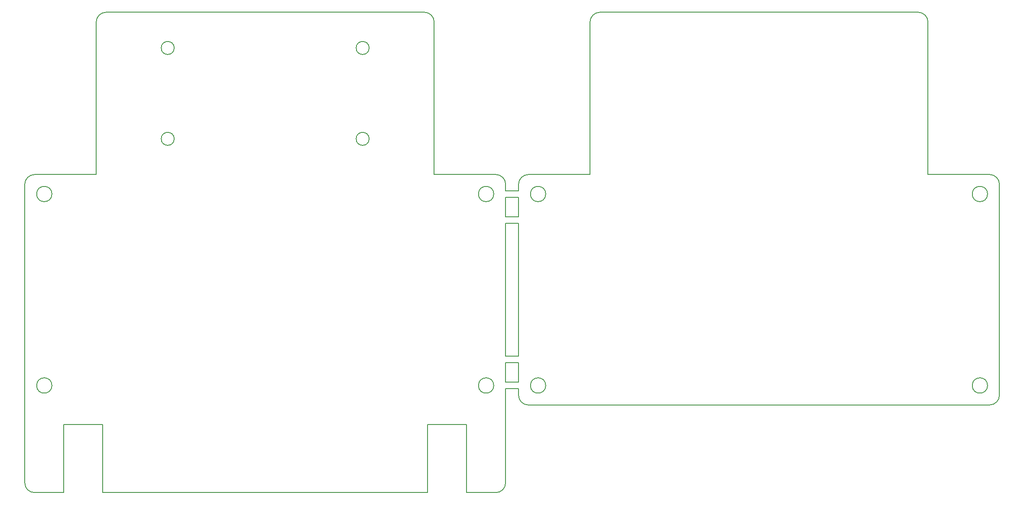
<source format=gm1>
G04 #@! TF.GenerationSoftware,KiCad,Pcbnew,(5.1.0)-1*
G04 #@! TF.CreationDate,2019-05-06T21:49:04+02:00*
G04 #@! TF.ProjectId,bigmax,6269676d-6178-42e6-9b69-6361645f7063,v2*
G04 #@! TF.SameCoordinates,Original*
G04 #@! TF.FileFunction,Profile,NP*
%FSLAX46Y46*%
G04 Gerber Fmt 4.6, Leading zero omitted, Abs format (unit mm)*
G04 Created by KiCad (PCBNEW (5.1.0)-1) date 2019-05-06 21:49:04*
%MOMM*%
%LPD*%
G04 APERTURE LIST*
%ADD10C,0.150000*%
G04 APERTURE END LIST*
D10*
X144780000Y-87630000D02*
X142240000Y-87630000D01*
X142240000Y-114935000D02*
X142240000Y-118745000D01*
X142240000Y-82550000D02*
X142240000Y-86360000D01*
X144780000Y-86360000D02*
X144780000Y-82550000D01*
X142240000Y-86360000D02*
X144780000Y-86360000D01*
X144780000Y-113665000D02*
X142240000Y-113665000D01*
X144780000Y-114935000D02*
X144780000Y-118745000D01*
X142240000Y-114935000D02*
X144780000Y-114935000D01*
X144780000Y-80010000D02*
X144780000Y-81280000D01*
X142240000Y-80010000D02*
X142240000Y-81280000D01*
X144780000Y-82550000D02*
X142240000Y-82550000D01*
X142240000Y-81280000D02*
X144780000Y-81280000D01*
X144780000Y-120015000D02*
X144780000Y-121285000D01*
X142240000Y-118745000D02*
X144780000Y-118745000D01*
X142240000Y-120015000D02*
X144780000Y-120015000D01*
X142240000Y-138430000D02*
X142240000Y-120015000D01*
X144780000Y-87630000D02*
X144780000Y-113665000D01*
X238760000Y-80010000D02*
X238760000Y-121285000D01*
X158750000Y-78105000D02*
X158750000Y-48260000D01*
X224790000Y-78105000D02*
X236855000Y-78105000D01*
X160655000Y-46355000D02*
X222885000Y-46355000D01*
X150090000Y-119380000D02*
G75*
G03X150090000Y-119380000I-1500000J0D01*
G01*
X146685000Y-78105000D02*
X158750000Y-78105000D01*
X146685000Y-123190000D02*
X236855000Y-123190000D01*
X224790000Y-48260000D02*
X224790000Y-78105000D01*
X236450000Y-119380000D02*
G75*
G03X236450000Y-119380000I-1500000J0D01*
G01*
X222885000Y-46355000D02*
G75*
G02X224790000Y-48260000I0J-1905000D01*
G01*
X150090000Y-81915000D02*
G75*
G03X150090000Y-81915000I-1500000J0D01*
G01*
X146685000Y-123190000D02*
G75*
G02X144780000Y-121285000I0J1905000D01*
G01*
X144780000Y-80010000D02*
G75*
G02X146685000Y-78105000I1905000J0D01*
G01*
X236450000Y-81915000D02*
G75*
G03X236450000Y-81915000I-1500000J0D01*
G01*
X158750000Y-48260000D02*
G75*
G02X160655000Y-46355000I1905000J0D01*
G01*
X238760000Y-121285000D02*
G75*
G02X236855000Y-123190000I-1905000J0D01*
G01*
X236855000Y-78105000D02*
G75*
G02X238760000Y-80010000I0J-1905000D01*
G01*
X139930000Y-119380000D02*
G75*
G03X139930000Y-119380000I-1500000J0D01*
G01*
X139930000Y-81915000D02*
G75*
G03X139930000Y-81915000I-1500000J0D01*
G01*
X53570000Y-81915000D02*
G75*
G03X53570000Y-81915000I-1500000J0D01*
G01*
X53570000Y-119380000D02*
G75*
G03X53570000Y-119380000I-1500000J0D01*
G01*
X142240000Y-138430000D02*
G75*
G02X140335000Y-140335000I-1905000J0D01*
G01*
X50165000Y-140335000D02*
G75*
G02X48260000Y-138430000I0J1905000D01*
G01*
X48260000Y-80010000D02*
G75*
G02X50165000Y-78105000I1905000J0D01*
G01*
X62230000Y-48260000D02*
G75*
G02X64135000Y-46355000I1905000J0D01*
G01*
X126365000Y-46355000D02*
G75*
G02X128270000Y-48260000I0J-1905000D01*
G01*
X140335000Y-78105000D02*
G75*
G02X142240000Y-80010000I0J-1905000D01*
G01*
X115570000Y-53340000D02*
G75*
G03X115570000Y-53340000I-1270000J0D01*
G01*
X115570000Y-71120000D02*
G75*
G03X115570000Y-71120000I-1270000J0D01*
G01*
X77470000Y-71120000D02*
G75*
G03X77470000Y-71120000I-1270000J0D01*
G01*
X77470000Y-53340000D02*
G75*
G03X77470000Y-53340000I-1270000J0D01*
G01*
X55880000Y-140335000D02*
X50165000Y-140335000D01*
X134620000Y-140335000D02*
X140335000Y-140335000D01*
X127000000Y-127000000D02*
X127000000Y-140335000D01*
X134620000Y-127000000D02*
X127000000Y-127000000D01*
X134620000Y-140335000D02*
X134620000Y-127000000D01*
X63500000Y-127000000D02*
X63500000Y-140335000D01*
X55880000Y-127000000D02*
X63500000Y-127000000D01*
X55880000Y-140335000D02*
X55880000Y-127000000D01*
X142240000Y-87630000D02*
X142240000Y-113665000D01*
X48260000Y-80010000D02*
X48260000Y-138430000D01*
X62230000Y-78105000D02*
X62230000Y-48260000D01*
X50165000Y-78105000D02*
X62230000Y-78105000D01*
X127000000Y-140335000D02*
X63500000Y-140335000D01*
X128270000Y-78105000D02*
X140335000Y-78105000D01*
X128270000Y-48260000D02*
X128270000Y-78105000D01*
X64135000Y-46355000D02*
X126365000Y-46355000D01*
M02*

</source>
